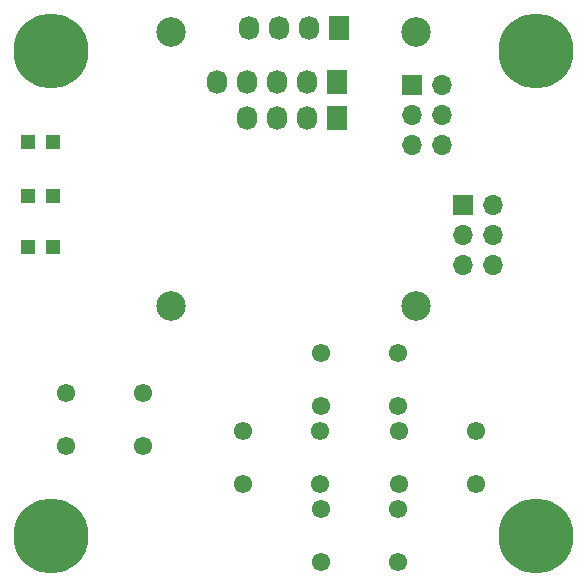
<source format=gbs>
%TF.GenerationSoftware,KiCad,Pcbnew,(6.0.1)*%
%TF.CreationDate,2022-07-08T11:11:27-04:00*%
%TF.ProjectId,MyMenu,4d794d65-6e75-42e6-9b69-6361645f7063,rev?*%
%TF.SameCoordinates,Original*%
%TF.FileFunction,Soldermask,Bot*%
%TF.FilePolarity,Negative*%
%FSLAX46Y46*%
G04 Gerber Fmt 4.6, Leading zero omitted, Abs format (unit mm)*
G04 Created by KiCad (PCBNEW (6.0.1)) date 2022-07-08 11:11:27*
%MOMM*%
%LPD*%
G01*
G04 APERTURE LIST*
%ADD10C,6.350000*%
%ADD11C,2.500000*%
%ADD12R,1.727200X2.032000*%
%ADD13O,1.727200X2.032000*%
%ADD14R,1.700000X1.700000*%
%ADD15O,1.700000X1.700000*%
%ADD16C,1.549400*%
%ADD17R,1.198880X1.198880*%
G04 APERTURE END LIST*
D10*
%TO.C,MTG4*%
X45000000Y-45000000D03*
%TD*%
%TO.C,MTG3*%
X4000000Y-45000000D03*
%TD*%
%TO.C,MTG2*%
X45000000Y-4000000D03*
%TD*%
%TO.C,MTG1*%
X4000000Y-4000000D03*
%TD*%
D11*
%TO.C,MTG5*%
X34850000Y-25550000D03*
%TD*%
%TO.C,MTG6*%
X14150000Y-25600000D03*
%TD*%
%TO.C,MTG7*%
X34850000Y-2350000D03*
%TD*%
%TO.C,MTG8*%
X14150000Y-2350000D03*
%TD*%
D12*
%TO.C,P2*%
X28190000Y-6628000D03*
D13*
X25650000Y-6628000D03*
X23110000Y-6628000D03*
X20570000Y-6628000D03*
X18030000Y-6628000D03*
%TD*%
D12*
%TO.C,P3*%
X28190000Y-9676000D03*
D13*
X25650000Y-9676000D03*
X23110000Y-9676000D03*
X20570000Y-9676000D03*
%TD*%
D14*
%TO.C,J2*%
X38857000Y-17033000D03*
D15*
X41397000Y-17033000D03*
X38857000Y-19573000D03*
X41397000Y-19573000D03*
X38857000Y-22113000D03*
X41397000Y-22113000D03*
%TD*%
D14*
%TO.C,J1*%
X34539000Y-6873000D03*
D15*
X37079000Y-6873000D03*
X34539000Y-9413000D03*
X37079000Y-9413000D03*
X34539000Y-11953000D03*
X37079000Y-11953000D03*
%TD*%
D12*
%TO.C,P1*%
X28310000Y-2000000D03*
D13*
X25770000Y-2000000D03*
X23230000Y-2000000D03*
X20690000Y-2000000D03*
%TD*%
D16*
%TO.C,SW1*%
X39951200Y-36149560D03*
X33448800Y-36149560D03*
X39951200Y-40650440D03*
X33448800Y-40650440D03*
%TD*%
%TO.C,SW2*%
X33351200Y-29549560D03*
X26848800Y-29549560D03*
X33351200Y-34050440D03*
X26848800Y-34050440D03*
%TD*%
%TO.C,SW3*%
X33351200Y-42749560D03*
X26848800Y-42749560D03*
X33351200Y-47250440D03*
X26848800Y-47250440D03*
%TD*%
%TO.C,SW4*%
X26751200Y-36149560D03*
X20248800Y-36149560D03*
X26751200Y-40650440D03*
X20248800Y-40650440D03*
%TD*%
%TO.C,SW5*%
X11727200Y-32949560D03*
X5224800Y-32949560D03*
X11727200Y-37450440D03*
X5224800Y-37450440D03*
%TD*%
D17*
%TO.C,D1*%
X1994980Y-11708000D03*
X4093020Y-11708000D03*
%TD*%
%TO.C,D2*%
X1994980Y-16280000D03*
X4093020Y-16280000D03*
%TD*%
%TO.C,D3*%
X1994980Y-20598000D03*
X4093020Y-20598000D03*
%TD*%
M02*

</source>
